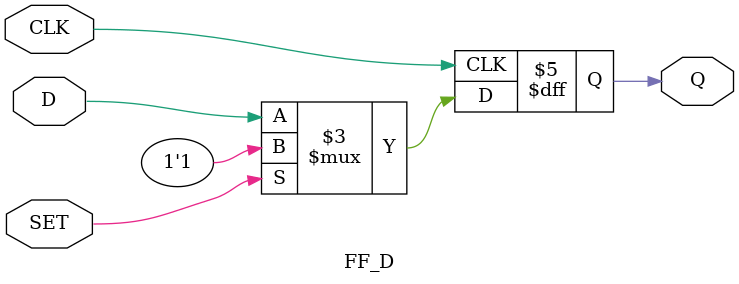
<source format=v>
`timescale 1ns / 1ps


module FF_D(CLK, SET, D, Q
    );
    
    input CLK, SET, D;
    output reg Q;
    
    always @(posedge CLK)
        if (SET) begin
            Q <= 1'b1;
        end
        else begin
            Q <= D;
        end
        
endmodule

</source>
